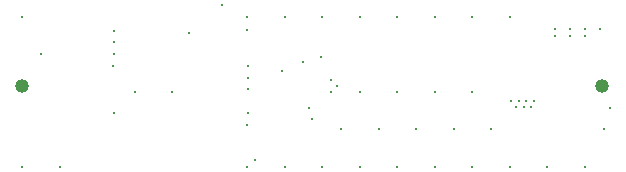
<source format=gbr>
%TF.GenerationSoftware,Altium Limited,Altium Designer,23.6.0 (18)*%
G04 Layer_Color=0*
%FSLAX45Y45*%
%MOMM*%
%TF.SameCoordinates,DE65B9CC-D9CF-42CD-B8C9-10693606ABAB*%
%TF.FilePolarity,Positive*%
%TF.FileFunction,Plated,1,6,PTH,Drill*%
%TF.Part,Single*%
G01*
G75*
%TA.AperFunction,ComponentDrill*%
%ADD45C,1.19000*%
%TA.AperFunction,ViaDrill,NotFilled*%
%ADD46C,0.20000*%
D45*
X7763600Y3225800D02*
D03*
X2853600D02*
D03*
D46*
X7778750Y2857500D02*
D03*
X7620000Y2540000D02*
D03*
X7302500D02*
D03*
X6985000Y3810000D02*
D03*
Y2540000D02*
D03*
X6667500Y3810000D02*
D03*
Y3175000D02*
D03*
X6826250Y2857500D02*
D03*
X6667500Y2540000D02*
D03*
X6350000Y3810000D02*
D03*
Y3175000D02*
D03*
X6508750Y2857500D02*
D03*
X6350000Y2540000D02*
D03*
X6032500Y3810000D02*
D03*
Y3175000D02*
D03*
X6191250Y2857500D02*
D03*
X6032500Y2540000D02*
D03*
X5715000Y3810000D02*
D03*
Y3175000D02*
D03*
X5873750Y2857500D02*
D03*
X5715000Y2540000D02*
D03*
X5397500Y3810000D02*
D03*
X5556250Y2857500D02*
D03*
X5397500Y2540000D02*
D03*
X5080000Y3810000D02*
D03*
Y2540000D02*
D03*
X4762500Y3810000D02*
D03*
Y2540000D02*
D03*
X4127500Y3175000D02*
D03*
X3810000D02*
D03*
X3175000Y2540000D02*
D03*
X2857500Y3810000D02*
D03*
X3016250Y3492500D02*
D03*
X2857500Y2540000D02*
D03*
X7162800Y3048000D02*
D03*
X7100556Y3048907D02*
D03*
X7035800Y3048000D02*
D03*
X7188200Y3098800D02*
D03*
X7124700D02*
D03*
X7061200D02*
D03*
X6997700D02*
D03*
X4546600Y3911600D02*
D03*
X5054600Y3352800D02*
D03*
X5308600Y2946400D02*
D03*
X5283600Y3034900D02*
D03*
X7835900Y3035300D02*
D03*
X4830200Y2595000D02*
D03*
X7620000Y3644900D02*
D03*
Y3708400D02*
D03*
X3630000Y2995000D02*
D03*
X5384800Y3467100D02*
D03*
X7366000Y3644900D02*
D03*
X5472900Y3275800D02*
D03*
Y3175800D02*
D03*
X4762500Y2895600D02*
D03*
X4767900Y3195000D02*
D03*
X4763200Y3695000D02*
D03*
X4271200Y3674300D02*
D03*
X7747000Y3708400D02*
D03*
X7493000D02*
D03*
Y3644900D02*
D03*
X7366000Y3702600D02*
D03*
X4764700Y2995000D02*
D03*
X4771100Y3395000D02*
D03*
X4769500Y3295000D02*
D03*
X5233600Y3427800D02*
D03*
X5524500Y3225800D02*
D03*
X3631904Y3692702D02*
D03*
X3628100Y3395000D02*
D03*
X3629700Y3495000D02*
D03*
X3631300Y3595000D02*
D03*
%TF.MD5,b4b813864329734cbd286fe28ff73a00*%
M02*

</source>
